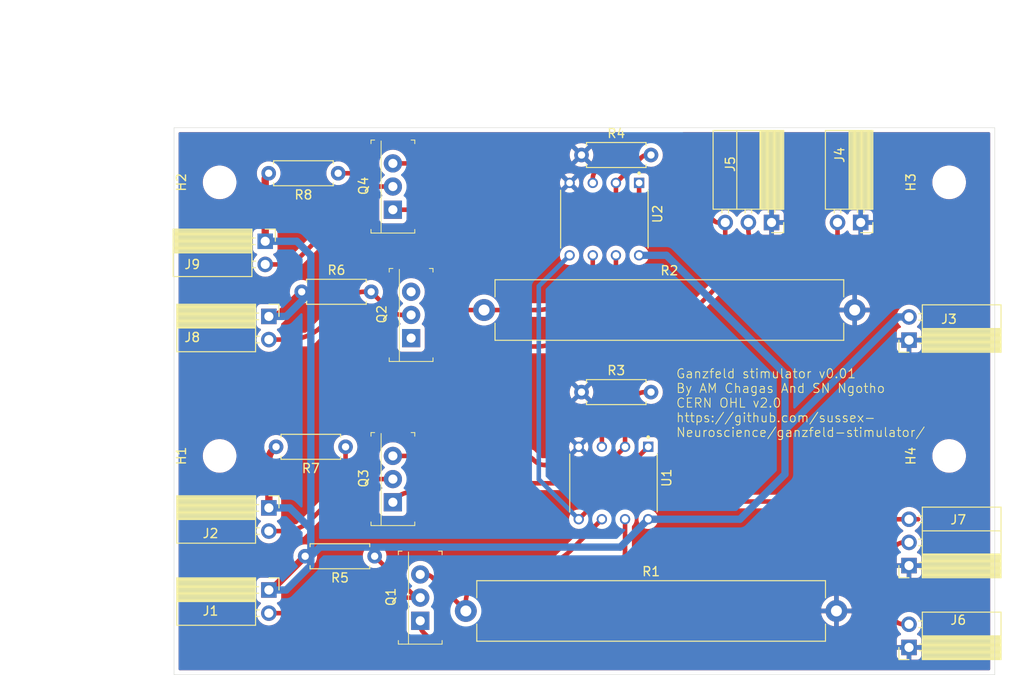
<source format=kicad_pcb>
(kicad_pcb (version 20240108) (generator "pcbnew") (generator_version "8.0")
  (layers (0 "F.Cu" signal) (31 "B.Cu" signal) (34 "B.Paste" user) (35 "F.Paste" user) (36 "B.SilkS" user "B.Silkscreen") (37 "F.SilkS" user "F.Silkscreen") (38 "B.Mask" user) (39 "F.Mask" user) (44 "Edge.Cuts" user))
  (net 0 "")
  (net 1 "D1")
  (net 2 "+12V")
  (net 3 "D4")
  (net 4 "D3")
  (net 5 "GND")
  (net 6 "GRS")
  (net 7 "GRO")
  (net 8 "UVS")
  (net 9 "UVO")
  (net 10 "D2")
  (net 11 "S1")
  (net 12 "G1")
  (net 13 "S2")
  (net 14 "G2")
  (net 15 "S3")
  (net 16 "G3")
  (net 17 "S4")
  (net 18 "G4")
  (footprint "digikey-footprints:TO-220-3" (layer "F.Cu") (at 119 71 90)
    (property "Reference" "Q4" (at 2.62 -3.22 90) (layer "F.SilkS"))
    (property "Value" "IRFZ44NPBF")
    (pad "1" thru_hole rect (at 0 0 90) (size 2 2) (drill 1) (layers "*.Cu" "*.Mask") (net 18 "G4"))
    (pad "2" thru_hole circle (at 2.54 0 90) (size 2 2) (drill 1) (layers "*.Cu" "*.Mask") (net 3 "D4"))
    (pad "3" thru_hole circle (at 5.08 0 90) (size 2 2) (drill 1) (layers "*.Cu" "*.Mask") (net 17 "S4"))
  )
  (footprint "Resistor_THT:R_Axial_DIN0207_L6.3mm_D2.5mm_P7.62mm_Horizontal" (layer "F.Cu") (at 109 80)
    (property "Reference" "R6" (at 3.81 -2.37 360) (layer "F.SilkS"))
    (property "Value" "1k")
    (pad "1" thru_hole circle (at 0 0) (size 1.6 1.6) (drill 0.8) (layers "*.Cu" "*.Mask") (net 2 "+12V"))
    (pad "2" thru_hole oval (at 7.62 0) (size 1.6 1.6) (drill 0.8) (layers "*.Cu" "*.Mask") (net 10 "D2"))
  )
  (footprint "Connector_PinSocket_2.54mm:PinSocket_1x02_P2.54mm_Horizontal" (layer "F.Cu") (at 105 74.46)
    (property "Reference" "J9" (at -8 2.54 0) (layer "F.SilkS"))
    (property "Value" "Conn_01x02")
    (pad "1" thru_hole rect (at 0 0) (size 1.7 1.7) (drill 1) (layers "*.Cu" "*.Mask") (net 2 "+12V"))
    (pad "2" thru_hole oval (at 0 2.54) (size 1.7 1.7) (drill 1) (layers "*.Cu" "*.Mask") (net 3 "D4"))
  )
  (footprint "Connector_PinSocket_2.54mm:PinSocket_1x02_P2.54mm_Horizontal" (layer "F.Cu") (at 175.6 119 180)
    (property "Reference" "J6" (at -5.4 3 0) (layer "F.SilkS"))
    (property "Value" "Conn_01x02_Shielded")
    (pad "1" thru_hole rect (at 0 0 180) (size 1.7 1.7) (drill 1) (layers "*.Cu" "*.Mask") (net 5 "GND"))
    (pad "2" thru_hole oval (at 0 2.54 180) (size 1.7 1.7) (drill 1) (layers "*.Cu" "*.Mask") (net 8 "UVS"))
  )
  (footprint "Connector_PinSocket_2.54mm:PinSocket_1x02_P2.54mm_Horizontal" (layer "F.Cu") (at 105.4 82.7)
    (property "Reference" "J8" (at -8.4 2.3 0) (layer "F.SilkS"))
    (property "Value" "Conn_01x02_Shielded")
    (pad "1" thru_hole rect (at 0 0) (size 1.7 1.7) (drill 1) (layers "*.Cu" "*.Mask") (net 2 "+12V"))
    (pad "2" thru_hole oval (at 0 2.54) (size 1.7 1.7) (drill 1) (layers "*.Cu" "*.Mask") (net 10 "D2"))
  )
  (footprint "Resistor_THT:R_Axial_DIN0207_L6.3mm_D2.5mm_P7.62mm_Horizontal" (layer "F.Cu") (at 117 109 180)
    (property "Reference" "R5" (at 3.81 -2.37 360) (layer "F.SilkS"))
    (property "Value" "1k")
    (pad "1" thru_hole circle (at 0 0 180) (size 1.6 1.6) (drill 0.8) (layers "*.Cu" "*.Mask") (net 1 "D1"))
    (pad "2" thru_hole oval (at 7.62 0 180) (size 1.6 1.6) (drill 0.8) (layers "*.Cu" "*.Mask") (net 2 "+12V"))
  )
  (footprint "Connector_PinSocket_2.54mm:PinSocket_1x02_P2.54mm_Horizontal" (layer "F.Cu") (at 170.3 72.4 -90)
    (property "Reference" "J4" (at -7.4 2.3 90) (layer "F.SilkS"))
    (property "Value" "Conn_01x02_Shielded")
    (pad "1" thru_hole rect (at 0 0 270) (size 1.7 1.7) (drill 1) (layers "*.Cu" "*.Mask") (net 5 "GND"))
    (pad "2" thru_hole oval (at 0 2.54 270) (size 1.7 1.7) (drill 1) (layers "*.Cu" "*.Mask") (net 6 "GRS"))
  )
  (footprint "Resistor_THT:R_Axial_DIN0207_L6.3mm_D2.5mm_P7.62mm_Horizontal" (layer "F.Cu") (at 139.685 91)
    (property "Reference" "R3" (at 3.81 -2.37 0) (layer "F.SilkS"))
    (property "Value" "6.8R")
    (pad "1" thru_hole circle (at 0 0) (size 1.6 1.6) (drill 0.8) (layers "*.Cu" "*.Mask") (net 5 "GND"))
    (pad "2" thru_hole oval (at 7.62 0) (size 1.6 1.6) (drill 0.8) (layers "*.Cu" "*.Mask") (net 15 "S3"))
  )
  (footprint "Connector_PinSocket_2.54mm:PinSocket_1x02_P2.54mm_Horizontal" (layer "F.Cu") (at 105.4 112.7)
    (property "Reference" "J1" (at -6.4 2.3 0) (layer "F.SilkS"))
    (property "Value" "Conn_01x02_Shielded")
    (pad "1" thru_hole rect (at 0 0) (size 1.7 1.7) (drill 1) (layers "*.Cu" "*.Mask") (net 2 "+12V"))
    (pad "2" thru_hole oval (at 0 2.54) (size 1.7 1.7) (drill 1) (layers "*.Cu" "*.Mask") (net 1 "D1"))
  )
  (footprint "Symbol:LM358N_NOP" (layer "F.Cu") (at 142.19 72.03 -90)
    (property "Reference" "U2" (at -0.565 -5.835 90) (layer "F.SilkS"))
    (property "Value" "LM358N_NOPB")
    (pad "1" thru_hole rect (at -3.97 -3.81 270) (size 1.13 1.13) (drill 0.74) (layers "*.Cu" "*.Mask") (net 18 "G4"))
    (pad "2" thru_hole circle (at -3.97 -1.27 270) (size 1.13 1.13) (drill 0.74) (layers "*.Cu" "*.Mask") (net 17 "S4"))
    (pad "3" thru_hole circle (at -3.97 1.27 270) (size 1.13 1.13) (drill 0.74) (layers "*.Cu" "*.Mask") (net 7 "GRO"))
    (pad "4" thru_hole circle (at -3.97 3.81 270) (size 1.13 1.13) (drill 0.74) (layers "*.Cu" "*.Mask") (net 5 "GND"))
    (pad "5" thru_hole circle (at 3.97 3.81 270) (size 1.13 1.13) (drill 0.74) (layers "*.Cu" "*.Mask") (net 9 "UVO"))
    (pad "6" thru_hole circle (at 3.97 1.27 270) (size 1.13 1.13) (drill 0.74) (layers "*.Cu" "*.Mask") (net 13 "S2"))
    (pad "7" thru_hole circle (at 3.97 -1.27 270) (size 1.13 1.13) (drill 0.74) (layers "*.Cu" "*.Mask") (net 14 "G2"))
    (pad "8" thru_hole circle (at 3.97 -3.81 270) (size 1.13 1.13) (drill 0.74) (layers "*.Cu" "*.Mask") (net 2 "+12V"))
  )
  (footprint "MountingHole:MountingHole_3.2mm_M3" (layer "F.Cu") (at 180 68 90)
    (property "Reference" "H3" (at 0 -4.2 90) (layer "F.SilkS"))
    (property "Value" "MountingHole")
    (pad "" np_thru_hole circle (at 0 0 90) (size 3.2 3.2) (drill 3.2) (layers "*.Cu" "*.Mask"))
  )
  (footprint "Connector_PinSocket_2.54mm:PinSocket_1x03_P2.54mm_Horizontal" (layer "F.Cu") (at 175.6 110.025 180)
    (property "Reference" "J7" (at -5.4 5.025 0) (layer "F.SilkS"))
    (property "Value" "Conn_01x03_Shielded")
    (pad "1" thru_hole rect (at 0 0 180) (size 1.7 1.7) (drill 1) (layers "*.Cu" "*.Mask") (net 5 "GND"))
    (pad "2" thru_hole oval (at 0 2.54 180) (size 1.7 1.7) (drill 1) (layers "*.Cu" "*.Mask") (net 8 "UVS"))
    (pad "3" thru_hole oval (at 0 5.08 180) (size 1.7 1.7) (drill 1) (layers "*.Cu" "*.Mask") (net 9 "UVO"))
  )
  (footprint "Connector_PinSocket_2.54mm:PinSocket_1x02_P2.54mm_Horizontal" (layer "F.Cu") (at 175.6 85.3 180)
    (property "Reference" "J3" (at -4.38 2.3 0) (layer "F.SilkS"))
    (property "Value" "Conn_01x02_Shielded")
    (pad "1" thru_hole rect (at 0 0 180) (size 1.7 1.7) (drill 1) (layers "*.Cu" "*.Mask") (net 5 "GND"))
    (pad "2" thru_hole oval (at 0 2.54 180) (size 1.7 1.7) (drill 1) (layers "*.Cu" "*.Mask") (net 2 "+12V"))
  )
  (footprint "MountingHole:MountingHole_3.2mm_M3" (layer "F.Cu") (at 100 98 90)
    (property "Reference" "H1" (at 0 -4.2 90) (layer "F.SilkS"))
    (property "Value" "MountingHole")
    (pad "" np_thru_hole circle (at 0 0 90) (size 3.2 3.2) (drill 3.2) (layers "*.Cu" "*.Mask"))
  )
  (footprint "digikey-footprints:TO-220-3" (layer "F.Cu") (at 122 116.08 90)
    (property "Reference" "Q1" (at 2.62 -3.22 90) (layer "F.SilkS"))
    (property "Value" "IRFZ44NPBF")
    (pad "1" thru_hole rect (at 0 0 90) (size 2 2) (drill 1) (layers "*.Cu" "*.Mask") (net 12 "G1"))
    (pad "2" thru_hole circle (at 2.54 0 90) (size 2 2) (drill 1) (layers "*.Cu" "*.Mask") (net 1 "D1"))
    (pad "3" thru_hole circle (at 5.08 0 90) (size 2 2) (drill 1) (layers "*.Cu" "*.Mask") (net 11 "S1"))
  )
  (footprint "digikey-footprints:TO-220-3" (layer "F.Cu") (at 121 85.08 90)
    (property "Reference" "Q2" (at 2.62 -3.22 90) (layer "F.SilkS"))
    (property "Value" "IRFZ44NPBF")
    (pad "1" thru_hole rect (at 0 0 90) (size 2 2) (drill 1) (layers "*.Cu" "*.Mask") (net 14 "G2"))
    (pad "2" thru_hole circle (at 2.54 0 90) (size 2 2) (drill 1) (layers "*.Cu" "*.Mask") (net 10 "D2"))
    (pad "3" thru_hole circle (at 5.08 0 90) (size 2 2) (drill 1) (layers "*.Cu" "*.Mask") (net 13 "S2"))
  )
  (footprint "Resistor_THT:R_Axial_Power_L38.0mm_W6.4mm_P40.64mm" (layer "F.Cu") (at 127 115)
    (property "Reference" "R1" (at 20.32 -4.32 0) (layer "F.SilkS"))
    (property "Value" "6.8R")
    (pad "1" thru_hole circle (at 0 0) (size 2.4 2.4) (drill 1.2) (layers "*.Cu" "*.Mask") (net 11 "S1"))
    (pad "2" thru_hole oval (at 40.64 0) (size 2.4 2.4) (drill 1.2) (layers "*.Cu" "*.Mask") (net 5 "GND"))
  )
  (footprint "Resistor_THT:R_Axial_DIN0207_L6.3mm_D2.5mm_P7.62mm_Horizontal" (layer "F.Cu") (at 139.685 65)
    (property "Reference" "R4" (at 3.81 -2.37 0) (layer "F.SilkS"))
    (property "Value" "6.8R")
    (pad "1" thru_hole circle (at 0 0) (size 1.6 1.6) (drill 0.8) (layers "*.Cu" "*.Mask") (net 5 "GND"))
    (pad "2" thru_hole oval (at 7.62 0) (size 1.6 1.6) (drill 0.8) (layers "*.Cu" "*.Mask") (net 17 "S4"))
  )
  (footprint "MountingHole:MountingHole_3.2mm_M3" (layer "F.Cu") (at 100 68 90)
    (property "Reference" "H2" (at 0 -4.2 90) (layer "F.SilkS"))
    (property "Value" "MountingHole")
    (pad "" np_thru_hole circle (at 0 0 90) (size 3.2 3.2) (drill 3.2) (layers "*.Cu" "*.Mask"))
  )
  (footprint "Resistor_THT:R_Axial_DIN0207_L6.3mm_D2.5mm_P7.62mm_Horizontal" (layer "F.Cu") (at 113.81 97 180)
    (property "Reference" "R7" (at 3.81 -2.37 360) (layer "F.SilkS"))
    (property "Value" "1k")
    (pad "1" thru_hole circle (at 0 0 180) (size 1.6 1.6) (drill 0.8) (layers "*.Cu" "*.Mask") (net 4 "D3"))
    (pad "2" thru_hole oval (at 7.62 0 180) (size 1.6 1.6) (drill 0.8) (layers "*.Cu" "*.Mask") (net 2 "+12V"))
  )
  (footprint "Connector_PinSocket_2.54mm:PinSocket_1x03_P2.54mm_Horizontal" (layer "F.Cu") (at 160.525 72.4 -90)
    (property "Reference" "J5" (at -6.4 4.525 90) (layer "F.SilkS"))
    (property "Value" "Conn_01x03_Shielded")
    (pad "1" thru_hole rect (at 0 0 270) (size 1.7 1.7) (drill 1) (layers "*.Cu" "*.Mask") (net 5 "GND"))
    (pad "2" thru_hole oval (at 0 2.54 270) (size 1.7 1.7) (drill 1) (layers "*.Cu" "*.Mask") (net 6 "GRS"))
    (pad "3" thru_hole oval (at 0 5.08 270) (size 1.7 1.7) (drill 1) (layers "*.Cu" "*.Mask") (net 7 "GRO"))
  )
  (footprint "digikey-footprints:TO-220-3" (layer "F.Cu") (at 119 103.08 90)
    (property "Reference" "Q3" (at 2.62 -3.22 90) (layer "F.SilkS"))
    (property "Value" "IRFZ44NPBF")
    (pad "1" thru_hole rect (at 0 0 90) (size 2 2) (drill 1) (layers "*.Cu" "*.Mask") (net 16 "G3"))
    (pad "2" thru_hole circle (at 2.54 0 90) (size 2 2) (drill 1) (layers "*.Cu" "*.Mask") (net 4 "D3"))
    (pad "3" thru_hole circle (at 5.08 0 90) (size 2 2) (drill 1) (layers "*.Cu" "*.Mask") (net 15 "S3"))
  )
  (footprint "Resistor_THT:R_Axial_Power_L38.0mm_W6.4mm_P40.64mm" (layer "F.Cu") (at 129 82)
    (property "Reference" "R2" (at 20.32 -4.32 0) (layer "F.SilkS"))
    (property "Value" "6.8R")
    (pad "1" thru_hole circle (at 0 0) (size 2.4 2.4) (drill 1.2) (layers "*.Cu" "*.Mask") (net 13 "S2"))
    (pad "2" thru_hole oval (at 40.64 0) (size 2.4 2.4) (drill 1.2) (layers "*.Cu" "*.Mask") (net 5 "GND"))
  )
  (footprint "Symbol:LM358N_NOP" (layer "F.Cu") (at 143.19 100.97 -90)
    (property "Reference" "U1" (at -0.565 -5.835 90) (layer "F.SilkS"))
    (property "Value" "LM358N_NOPB")
    (pad "1" thru_hole rect (at -3.97 -3.81 270) (size 1.13 1.13) (drill 0.74) (layers "*.Cu" "*.Mask") (net 16 "G3"))
    (pad "2" thru_hole circle (at -3.97 -1.27 270) (size 1.13 1.13) (drill 0.74) (layers "*.Cu" "*.Mask") (net 15 "S3"))
    (pad "3" thru_hole circle (at -3.97 1.27 270) (size 1.13 1.13) (drill 0.74) (layers "*.Cu" "*.Mask") (net 7 "GRO"))
    (pad "4" thru_hole circle (at -3.97 3.81 270) (size 1.13 1.13) (drill 0.74) (layers "*.Cu" "*.Mask") (net 5 "GND"))
    (pad "5" thru_hole circle (at 3.97 3.81 270) (size 1.13 1.13) (drill 0.74) (layers "*.Cu" "*.Mask") (net 9 "UVO"))
    (pad "6" thru_hole circle (at 3.97 1.27 270) (size 1.13 1.13) (drill 0.74) (layers "*.Cu" "*.Mask") (net 11 "S1"))
    (pad "7" thru_hole circle (at 3.97 -1.27 270) (size 1.13 1.13) (drill 0.74) (layers "*.Cu" "*.Mask") (net 12 "G1"))
    (pad "8" thru_hole circle (at 3.97 -3.81 270) (size 1.13 1.13) (drill 0.74) (layers "*.Cu" "*.Mask") (net 2 "+12V"))
  )
  (footprint "Resistor_THT:R_Axial_DIN0207_L6.3mm_D2.5mm_P7.62mm_Horizontal" (layer "F.Cu") (at 113 67 180)
    (property "Reference" "R8" (at 3.81 -2.37 360) (layer "F.SilkS"))
    (property "Value" "1k")
    (pad "1" thru_hole circle (at 0 0 180) (size 1.6 1.6) (drill 0.8) (layers "*.Cu" "*.Mask") (net 3 "D4"))
    (pad "2" thru_hole oval (at 7.62 0 180) (size 1.6 1.6) (drill 0.8) (layers "*.Cu" "*.Mask") (net 2 "+12V"))
  )
  (footprint "Connector_PinSocket_2.54mm:PinSocket_1x02_P2.54mm_Horizontal" (layer "F.Cu") (at 105.4 103.7)
    (property "Reference" "J2" (at -6.4 2.8 0) (layer "F.SilkS"))
    (property "Value" "Conn_01x02")
    (pad "1" thru_hole rect (at 0 0) (size 1.7 1.7) (drill 1) (layers "*.Cu" "*.Mask") (net 2 "+12V"))
    (pad "2" thru_hole oval (at 0 2.54) (size 1.7 1.7) (drill 1) (layers "*.Cu" "*.Mask") (net 4 "D3"))
  )
  (footprint "MountingHole:MountingHole_3.2mm_M3" (layer "F.Cu") (at 180 98 90)
    (property "Reference" "H4" (at 0 -4.2 90) (layer "F.SilkS"))
    (property "Value" "MountingHole")
    (pad "" np_thru_hole circle (at 0 0 90) (size 3.2 3.2) (drill 3.2) (layers "*.Cu" "*.Mask"))
  )
  (gr_rect (start 95 62) (end 185 122) (stroke (width 0.05)) (fill none) (layer "Edge.Cuts"))
  (gr_text "Ganzfeld stimulator v0.01\nBy AM Chagas And SN Ngotho\nCERN OHL v2.0 \nhttps://github.com/sussex-\nNeuroscience/ganzfeld-stimulator/" (at 150 96 0) (layer "F.SilkS") (effects (font (size 1 1) (thickness 0.1)) (justify left bottom)))
  (segment (start 108.557918 115.24) (end 105.4 115.24) (width 0.5) (layer "F.Cu") (net 1))
  (segment (start 121.377365 113.377365) (end 117 109) (width 0.5) (layer "F.Cu") (net 1))
  (segment (start 121.77 113.54) (end 112.662081 113.54) (width 0.5) (layer "F.Cu") (net 1))
  (arc (start 121.77 113.54) (mid 121.77 113.54) (end 121.77 113.54) (width 0.5) (layer "F.Cu") (net 1))
  (arc (start 121.377365 113.377365) (mid 121.557507 113.497732) (end 121.77 113.54) (width 0.5) (layer "F.Cu") (net 1))
  (arc (start 112.662081 113.54) (mid 111.551502 113.760907) (end 110.61 114.39) (width 0.5) (layer "F.Cu") (net 1))
  (arc (start 110.61 114.39) (mid 109.668496 115.019092) (end 108.557918 115.24) (width 0.5) (layer "F.Cu") (net 1))
  (segment (start 106.618198 82.381801) (end 109 80) (width 0.8) (layer "F.Cu") (net 2))
  (segment (start 105.795 97.395) (end 106.19 97) (width 0.8) (layer "F.Cu") (net 2))
  (segment (start 105.54 112.7) (end 105.4 112.7) (width 0.8) (layer "F.Cu") (net 2))
  (segment (start 105.19 67.19) (end 105.38 67) (width 0.8) (layer "F.Cu") (net 2))
  (segment (start 105.4 98.348614) (end 105.4 103.7) (width 0.8) (layer "F.Cu") (net 2))
  (segment (start 105.85 82.7) (end 105.4 82.7) (width 0.8) (layer "F.Cu") (net 2))
  (segment (start 105.778994 112.601005) (end 109.38 109) (width 0.8) (layer "F.Cu") (net 2))
  (segment (start 105 67.6487) (end 105 74.46) (width 0.8) (layer "F.Cu") (net 2))
  (arc (start 105.795 97.395) (mid 105.502657 97.832521) (end 105.4 98.348614) (width 0.8) (layer "F.Cu") (net 2))
  (arc (start 105.19 67.19) (mid 105.049379 67.400453) (end 105 67.6487) (width 0.8) (layer "F.Cu") (net 2))
  (arc (start 105.778994 112.601005) (mid 105.669342 112.674272) (end 105.54 112.7) (width 0.8) (layer "F.Cu") (net 2))
  (arc (start 106.618198 82.381801) (mid 106.265745 82.617302) (end 105.85 82.7) (width 0.8) (layer "F.Cu") (net 2))
  (segment (start 146 76) (end 149 76) (width 0.8) (layer "B.Cu") (net 2))
  (segment (start 105 74.46) (end 108.46 74.46) (width 0.8) (layer "B.Cu") (net 2))
  (segment (start 107.7 103.7) (end 105.4 103.7) (width 0.8) (layer "B.Cu") (net 2))
  (segment (start 162 96) (end 162 100) (width 0.8) (layer "B.Cu") (net 2))
  (segment (start 110 106) (end 107.7 103.7) (width 0.8) (layer "B.Cu") (net 2))
  (segment (start 110 109) (end 110 107) (width 0.8) (layer "B.Cu") (net 2))
  (segment (start 162 95.157919) (end 162 96) (width 0.8) (layer "B.Cu") (net 2))
  (segment (start 107.3 82.7) (end 105.4 82.7) (width 0.8) (layer "B.Cu") (net 2))
  (segment (start 110 80) (end 110 107) (width 0.8) (layer "B.Cu") (net 2))
  (segment (start 107.3 112.7) (end 110 110) (width 0.8) (layer "B.Cu") (net 2))
  (segment (start 111 108) (end 143.94 108) (width 0.8) (layer "B.Cu") (net 2))
  (segment (start 110 110) (end 110 109) (width 0.8) (layer "B.Cu") (net 2))
  (segment (start 149 76) (end 162 89) (width 0.8) (layer "B.Cu") (net 2))
  (segment (start 108.46 74.46) (end 110 76) (width 0.8) (layer "B.Cu") (net 2))
  (segment (start 110 107) (end 110 106) (width 0.8) (layer "B.Cu") (net 2))
  (segment (start 174.397919 82.76) (end 162 95.157919) (width 0.8) (layer "B.Cu") (net 2))
  (segment (start 175.6 82.76) (end 174.397919 82.76) (width 0.8) (layer "B.Cu") (net 2))
  (segment (start 110 76) (end 110 80) (width 0.8) (layer "B.Cu") (net 2))
  (segment (start 105.4 112.7) (end 107.3 112.7) (width 0.8) (layer "B.Cu") (net 2))
  (segment (start 110 80) (end 107.3 82.7) (width 0.8) (layer "B.Cu") (net 2))
  (segment (start 157.06 104.94) (end 147 104.94) (width 0.8) (layer "B.Cu") (net 2))
  (segment (start 143.94 108) (end 147 104.94) (width 0.8) (layer "B.Cu") (net 2))
  (segment (start 162 100) (end 157.06 104.94) (width 0.8) (layer "B.Cu") (net 2))
  (segment (start 162 89) (end 162 96) (width 0.8) (layer "B.Cu") (net 2))
  (segment (start 110 109) (end 111 108) (width 0.8) (layer "B.Cu") (net 2))
  (segment (start 117.572375 68.46) (end 119 68.46) (width 0.5) (layer "F.Cu") (net 3))
  (segment (start 106.5 77) (end 105 77) (width 0.5) (layer "F.Cu") (net 3))
  (segment (start 109.06066 75.939339) (end 115.81 69.19) (width 0.5) (layer "F.Cu") (net 3))
  (segment (start 114.047624 67) (end 113 67) (width 0.5) (layer "F.Cu") (net 3))
  (arc (start 109.06066 75.939339) (mid 107.885819 76.724343) (end 106.5 77) (width 0.5) (layer "F.Cu") (net 3))
  (arc (start 117.572375 68.46) (mid 116.618584 68.64972) (end 115.81 69.19) (width 0.5) (layer "F.Cu") (net 3))
  (arc (start 115.81 67.73) (mid 115.001415 67.18972) (end 114.047624 67) (width 0.5) (layer "F.Cu") (net 3))
  (arc (start 115.81 69.19) (mid 116.112375 68.46) (end 115.81 67.73) (width 0.5) (layer "F.Cu") (net 3))
  (arc (start 115.81 67.73) (mid 116.618584 68.270279) (end 117.572375 68.46) (width 0.5) (layer "F.Cu") (net 3))
  (segment (start 109.947939 105.05206) (end 114.135 100.865) (width 0.5) (layer "F.Cu") (net 4))
  (segment (start 113.81 99.43038) (end 113.81 97) (width 0.5) (layer "F.Cu") (net 4))
  (segment (start 114.919619 100.54) (end 119 100.54) (width 0.5) (layer "F.Cu") (net 4))
  (segment (start 107.08 106.24) (end 105.4 106.24) (width 0.5) (layer "F.Cu") (net 4))
  (arc (start 109.947939 105.05206) (mid 108.632117 105.931264) (end 107.08 106.24) (width 0.5) (layer "F.Cu") (net 4))
  (arc (start 114.135 100.215) (mid 114.494986 100.455535) (end 114.919619 100.54) (width 0.5) (layer "F.Cu") (net 4))
  (arc (start 114.919619 100.54) (mid 114.494986 100.624464) (end 114.135 100.865) (width 0.5) (layer "F.Cu") (net 4))
  (arc (start 114.135 100.865) (mid 114.269619 100.539999) (end 114.135 100.215) (width 0.5) (layer "F.Cu") (net 4))
  (arc (start 113.81 99.43038) (mid 113.894464 99.855013) (end 114.135 100.215) (width 0.5) (layer "F.Cu") (net 4))
  (segment (start 167.76 73.702598) (end 167.76 72.4) (width 0.5) (layer "F.Cu") (net 6))
  (segment (start 157.985 73.267286) (end 157.985 72.4) (width 0.5) (layer "F.Cu") (net 6))
  (segment (start 159.717713 75) (end 166.462598 75) (width 0.5) (layer "F.Cu") (net 6))
  (arc (start 158.4925 74.4925) (mid 159.054632 74.868105) (end 159.717713 75) (width 0.5) (layer "F.Cu") (net 6))
  (arc (start 157.985 73.267286) (mid 158.116894 73.930367) (end 158.4925 74.4925) (width 0.5) (layer "F.Cu") (net 6))
  (arc (start 167.38 74.62) (mid 166.959092 74.901241) (end 166.462598 75) (width 0.5) (layer "F.Cu") (net 6))
  (arc (start 167.76 73.702598) (mid 167.661241 74.199092) (end 167.38 74.62) (width 0.5) (layer "F.Cu") (net 6))
  (segment (start 143.513792 90.486207) (end 153.851207 80.148792) (width 0.5) (layer "F.Cu") (net 7))
  (segment (start 152 66.414213) (end 152 70.292893) (width 0.5) (layer "F.Cu") (net 7))
  (segment (start 141.266482 66.733517) (end 143.406207 64.593792) (width 0.5) (layer "F.Cu") (net 7))
  (segment (start 148.585786 63) (end 147.253963 63) (width 0.5) (layer "F.Cu") (net 7))
  (segment (start 141.92 94.333963) (end 141.92 97) (width 0.5) (layer "F.Cu") (net 7))
  (segment (start 154.9225 72.4) (end 154.682842 72.4) (width 0.5) (layer "F.Cu") (net 7))
  (segment (start 152.646446 71.646446) (end 152.5 71.5) (width 0.5) (layer "F.Cu") (net 7))
  (segment (start 155.445 76.301036) (end 155.445 72.9225) (width 0.5) (layer "F.Cu") (net 7))
  (segment (start 140.92 67.57) (end 140.92 68.06) (width 0.5) (layer "F.Cu") (net 7))
  (segment (start 153.717157 72) (end 153.5 72) (width 0.5) (layer "F.Cu") (net 7))
  (arc (start 141.266482 66.733517) (mid 141.010047 67.117298) (end 140.92 67.57) (width 0.5) (layer "F.Cu") (net 7))
  (arc (start 152 70.292893) (mid 152.129945 70.946174) (end 152.5 71.5) (width 0.5) (layer "F.Cu") (net 7))
  (arc (start 154.2 72.2) (mid 153.978469 72.051978) (end 153.717157 72) (width 0.5) (layer "F.Cu") (net 7))
  (arc (start 155.445 72.9225) (mid 155.291963 72.553036) (end 154.9225 72.4) (width 0.5) (layer "F.Cu") (net 7))
  (arc (start 143.513792 90.486207) (mid 142.334213 92.251572) (end 141.92 94.333963) (width 0.5) (layer "F.Cu") (net 7))
  (arc (start 155.445 76.301036) (mid 155.030786 78.383426) (end 153.851207 80.148792) (width 0.5) (layer "F.Cu") (net 7))
  (arc (start 152.646446 71.646446) (mid 153.03806 71.908114) (end 153.5 72) (width 0.5) (layer "F.Cu") (net 7))
  (arc (start 147.253963 63) (mid 145.171572 63.414213) (end 143.406207 64.593792) (width 0.5) (layer "F.Cu") (net 7))
  (arc (start 154.2 72.2) (mid 154.421529 72.348021) (end 154.682842 72.4) (width 0.5) (layer "F.Cu") (net 7))
  (arc (start 151 64) (mid 149.892349 63.259891) (end 148.585786 63) (width 0.5) (layer "F.Cu") (net 7))
  (arc (start 151 64) (mid 151.740108 65.10765) (end 152 66.414213) (width 0.5) (layer "F.Cu") (net 7))
  (segment (start 175.0575 107.485) (end 175.6 107.485) (width 0.5) (layer "F.Cu") (net 8))
  (segment (start 173.73 115.73) (end 174.056949 116.056949) (width 0.5) (layer "F.Cu") (net 8))
  (segment (start 173 113.967624) (end 173 110.071266) (width 0.5) (layer "F.Cu") (net 8))
  (segment (start 175.03 116.46) (end 175.6 116.46) (width 0.5) (layer "F.Cu") (net 8))
  (segment (start 173.757499 108.242499) (end 174.131394 107.868605) (width 0.5) (layer "F.Cu") (net 8))
  (arc (start 174.056949 116.056949) (mid 174.503388 116.35525) (end 175.03 116.46) (width 0.5) (layer "F.Cu") (net 8))
  (arc (start 173.757499 108.242499) (mid 173.196867 109.081544) (end 173 110.071266) (width 0.5) (layer "F.Cu") (net 8))
  (arc (start 173 113.967624) (mid 173.18972 114.921415) (end 173.73 115.73) (width 0.5) (layer "F.Cu") (net 8))
  (arc (start 175.0575 107.485) (mid 174.556295 107.584695) (end 174.131394 107.868605) (width 0.5) (layer "F.Cu") (net 8))
  (segment (start 164.585786 103) (end 142.691787 103) (width 0.5) (layer "F.Cu") (net 9))
  (segment (start 169.09389 104.945) (end 176.6 104.945) (width 0.5) (layer "F.Cu") (net 9))
  (segment (start 140.35 103.97) (end 139.38 104.94) (width 0.5) (layer "F.Cu") (net 9))
  (segment (start 168.961109 105) (end 168.5 105) (width 0.5) (layer "F.Cu") (net 9))
  (segment (start 167 104) (end 167.646446 104.646446) (width 0.5) (layer "F.Cu") (net 9))
  (arc (start 167.646446 104.646446) (mid 168.03806 104.908114) (end 168.5 105) (width 0.5) (layer "F.Cu") (net 9))
  (arc (start 169.09389 104.945) (mid 169.05796 104.952147) (end 169.0275 104.9725) (width 0.5) (layer "F.Cu") (net 9))
  (arc (start 142.691787 103) (mid 141.424421 103.252094) (end 140.35 103.97) (width 0.5) (layer "F.Cu") (net 9))
  (arc (start 169.0275 104.9725) (mid 168.997039 104.992852) (end 168.961109 105) (width 0.5) (layer "F.Cu") (net 9))
  (arc (start 167 104) (mid 165.892349 103.259891) (end 164.585786 103) (width 0.5) (layer "F.Cu") (net 9))
  (segment (start 138.38 76) (end 135 79.38) (width 0.5) (layer "B.Cu") (net 9))
  (segment (start 135 79.38) (end 135 100.56) (width 0.5) (layer "B.Cu") (net 9))
  (segment (start 135 100.56) (end 139.38 104.94) (width 0.5) (layer "B.Cu") (net 9))
  (segment (start 107.58 85.24) (end 105.4 85.24) (width 0.5) (layer "F.Cu") (net 10))
  (segment (start 120.08 82.54) (end 121 82.54) (width 0.5) (layer "F.Cu") (net 10))
  (segment (start 111.301492 83.698507) (end 114.427243 80.572756) (width 0.5) (layer "F.Cu") (net 10))
  (segment (start 116.62 80) (end 118.509461 81.889461) (width 0.5) (layer "F.Cu") (net 10))
  (segment (start 116.62 80) (end 115.81 80) (width 0.5) (layer "F.Cu") (net 10))
  (arc (start 118.509461 81.889461) (mid 119.23003 82.37093) (end 120.08 82.54) (width 0.5) (layer "F.Cu") (net 10))
  (arc (start 115.81 80) (mid 115.061657 80.148854) (end 114.427243 80.572756) (width 0.5) (layer "F.Cu") (net 10))
  (arc (start 111.301492 83.698507) (mid 109.594057 84.839379) (end 107.58 85.24) (width 0.5) (layer "F.Cu") (net 10))
  (segment (start 138.453792 108.406207) (end 141.92 104.94) (width 0.5) (layer "F.Cu") (net 11))
  (segment (start 126.292893 114.292893) (end 123.353553 111.353553) (width 0.5) (layer "F.Cu") (net 11))
  (segment (start 128.499999 111.499999) (end 127.707106 112.292893) (width 0.5) (layer "F.Cu") (net 11))
  (segment (start 134.606036 110) (end 132.12132 110) (width 0.5) (layer "F.Cu") (net 11))
  (segment (start 122.5 111) (end 122 111) (width 0.5) (layer "F.Cu") (net 11))
  (arc (start 132.12132 110) (mid 130.161475 110.389837) (end 128.499999 111.499999) (width 0.5) (layer "F.Cu") (net 11))
  (arc (start 126.292893 114.292893) (mid 126.744299 114.382683) (end 127 114) (width 0.5) (layer "F.Cu") (net 11))
  (arc (start 127.707106 112.292893) (mid 127.18377 113.07612) (end 127 114) (width 0.5) (layer "F.Cu") (net 11))
  (arc (start 123.353553 111.353553) (mid 122.961939 111.091885) (end 122.5 111) (width 0.5) (layer "F.Cu") (net 11))
  (arc (start 138.453792 108.406207) (mid 136.688426 109.585786) (end 134.606036 110) (width 0.5) (layer "F.Cu") (net 11))
  (segment (start 142.866207 112.133792) (end 137.593792 117.406207) (width 0.5) (layer "F.Cu") (net 12))
  (segment (start 122 116.54) (end 122 116.08) (width 0.5) (layer "F.Cu") (net 12))
  (segment (start 125.414213 119) (end 133.746036 119) (width 0.5) (layer "F.Cu") (net 12))
  (segment (start 144.46 108.286036) (end 144.46 104.94) (width 0.5) (layer "F.Cu") (net 12))
  (segment (start 123 118) (end 122.325269 117.325269) (width 0.5) (layer "F.Cu") (net 12))
  (arc (start 137.593792 117.406207) (mid 135.828426 118.585786) (end 133.746036 119) (width 0.5) (layer "F.Cu") (net 12))
  (arc (start 144.46 108.286036) (mid 144.045786 110.368426) (end 142.866207 112.133792) (width 0.5) (layer "F.Cu") (net 12))
  (arc (start 122 116.54) (mid 122.084534 116.964984) (end 122.325269 117.325269) (width 0.5) (layer "F.Cu") (net 12))
  (arc (start 123 118) (mid 124.10765 118.740108) (end 125.414213 119) (width 0.5) (layer "F.Cu") (net 12))
  (segment (start 134.746036 82) (end 129 82) (width 0.5) (layer "F.Cu") (net 13))
  (segment (start 129 82) (end 123.08 82) (width 0.5) (layer "F.Cu") (net 13))
  (segment (start 140.92 77.04) (end 140.92 76) (width 0.5) (layer "F.Cu") (net 13))
  (segment (start 138.593792 80.406206) (end 140.184608 78.815391) (width 0.5) (layer "F.Cu") (net 13))
  (arc (start 140.92 77.04) (mid 140.728877 78.000834) (end 140.184608 78.815391) (width 0.5) (layer "F.Cu") (net 13))
  (arc (start 138.593792 80.406206) (mid 136.828426 81.585786) (end 134.746036 82) (width 0.5) (layer "F.Cu") (net 13))
  (segment (start 143.46 77.77) (end 143.46 76) (width 0.5) (layer "F.Cu") (net 14))
  (segment (start 138.593792 84.406207) (end 142.20842 80.791579) (width 0.5) (layer "F.Cu") (net 14))
  (segment (start 134.746036 86) (end 124 86) (width 0.5) (layer "F.Cu") (net 14))
  (arc (start 138.593792 84.406207) (mid 136.828426 85.585786) (end 134.746036 86) (width 0.5) (layer "F.Cu") (net 14))
  (arc (start 143.46 77.77) (mid 143.134724 79.405266) (end 142.20842 80.791579) (width 0.5) (layer "F.Cu") (net 14))
  (segment (start 144.46 93.628944) (end 144.46 97) (width 0.5) (layer "F.Cu") (net 15))
  (segment (start 133.515 98.015) (end 133.025606 98.015) (width 0.5) (layer "F.Cu") (net 15))
  (segment (start 135.6965 99) (end 141.045786 99) (width 0.5) (layer "F.Cu") (net 15))
  (segment (start 143.46 98) (end 144.46 97) (width 0.5) (layer "F.Cu") (net 15))
  (segment (start 145.229999 91.769999) (end 145.538612 91.461387) (width 0.5) (layer "F.Cu") (net 15))
  (segment (start 146.6525 91) (end 147.305 91) (width 0.5) (layer "F.Cu") (net 15))
  (segment (start 134.5075 98.5075) (end 134.368553 98.368553) (width 0.5) (layer "F.Cu") (net 15))
  (segment (start 132.989393 98) (end 119 98) (width 0.5) (layer "F.Cu") (net 15))
  (arc (start 133.0075 98.0075) (mid 132.999192 98.001949) (end 132.989393 98) (width 0.5) (layer "F.Cu") (net 15))
  (arc (start 143.46 98) (mid 142.352349 98.740108) (end 141.045786 99) (width 0.5) (layer "F.Cu") (net 15))
  (arc (start 145.229999 91.769999) (mid 144.660116 92.62289) (end 144.46 93.628944) (width 0.5) (layer "F.Cu") (net 15))
  (arc (start 146.6525 91) (mid 146.049668 91.11991) (end 145.538612 91.461387) (width 0.5) (layer "F.Cu") (net 15))
  (arc (start 134.368553 98.368553) (mid 133.976939 98.106885) (end 133.515 98.015) (width 0.5) (layer "F.Cu") (net 15))
  (arc (start 134.5075 98.5075) (mid 135.053017 98.872003) (end 135.6965 99) (width 0.5) (layer "F.Cu") (net 15))
  (arc (start 133.0075 98.0075) (mid 133.015807 98.01305) (end 133.025606 98.015) (width 0.5) (layer "F.Cu") (net 15))
  (segment (start 144.593792 99.406207) (end 147 97) (width 0.5) (layer "F.Cu") (net 16))
  (segment (start 133.707106 101) (end 140.746036 101) (width 0.5) (layer "F.Cu") (net 16))
  (segment (start 119.54 102.54) (end 119 103.08) (width 0.5) (layer "F.Cu") (net 16))
  (segment (start 131.292893 102) (end 120.843675 102) (width 0.5) (layer "F.Cu") (net 16))
  (arc (start 133.707106 101) (mid 133.053825 101.129945) (end 132.5 101.5) (width 0.5) (layer "F.Cu") (net 16))
  (arc (start 132.5 101.5) (mid 131.946174 101.870054) (end 131.292893 102) (width 0.5) (layer "F.Cu") (net 16))
  (arc (start 120.843675 102) (mid 120.138131 102.140341) (end 119.54 102.54) (width 0.5) (layer "F.Cu") (net 16))
  (arc (start 144.593792 99.406207) (mid 142.828426 100.585786) (end 140.746036 101) (width 0.5) (layer "F.Cu") (net 16))
  (segment (start 132.253963 70) (end 142.67473 70) (width 0.5) (layer "F.Cu") (net 17))
  (segment (start 146.9125 65) (end 147.305 65) (width 0.5) (layer "F.Cu") (net 17))
  (segment (start 143.46 68.06) (end 143.46 69.21473) (width 0.5) (layer "F.Cu") (net 17))
  (segment (start 143.46 68.06) (end 146.24246 65.277539) (width 0.5) (layer "F.Cu") (net 17))
  (segment (start 123.666036 65.92) (end 119 65.92) (width 0.5) (layer "F.Cu") (net 17))
  (segment (start 128.406207 68.406207) (end 127.513792 67.513792) (width 0.5) (layer "F.Cu") (net 17))
  (arc (start 128.406207 68.406207) (mid 130.171572 69.585786) (end 132.253963 70) (width 0.5) (layer "F.Cu") (net 17))
  (arc (start 143.23 69.77) (mid 142.97524 69.940224) (end 142.67473 70) (width 0.5) (layer "F.Cu") (net 17))
  (arc (start 146.9125 65) (mid 146.549877 65.07213) (end 146.24246 65.277539) (width 0.5) (layer "F.Cu") (net 17))
  (arc (start 143.46 69.21473) (mid 143.400224 69.51524) (end 143.23 69.77) (width 0.5) (layer "F.Cu") (net 17))
  (arc (start 127.513792 67.513792) (mid 125.748426 66.334213) (end 123.666036 65.92) (width 0.5) (layer "F.Cu") (net 17))
  (segment (start 125.292893 71) (end 119 71) (width 0.5) (layer "F.Cu") (net 18))
  (segment (start 146 69.03) (end 146 68.06) (width 0.5) (layer "F.Cu") (net 18))
  (segment (start 127.707106 72) (end 142.585786 72) (width 0.5) (layer "F.Cu") (net 18))
  (segment (start 145.314106 70.685893) (end 145 71) (width 0.5) (layer "F.Cu") (net 18))
  (arc (start 146 69.03) (mid 145.821741 69.926162) (end 145.314106 70.685893) (width 0.5) (layer "F.Cu") (net 18))
  (arc (start 126.5 71.5) (mid 125.946174 71.129945) (end 125.292893 71) (width 0.5) (layer "F.Cu") (net 18))
  (arc (start 145 71) (mid 143.892349 71.740108) (end 142.585786 72) (width 0.5) (layer "F.Cu") (net 18))
  (arc (start 126.5 71.5) (mid 127.053825 71.870054) (end 127.707106 72) (width 0.5) (layer "F.Cu") (net 18))
  (zone (net 5) (net_name "GND") (layers "F&B.Cu") (connect_pads (clearance 0.5)) (min_thickness 0.25) (fill yes (thermal_gap 0.5) (thermal_bridge_width 0.5))
    (polygon (pts (xy 95 62) (xy 185 62) (xy 185 122) (xy 95 122)))
  )
)
</source>
